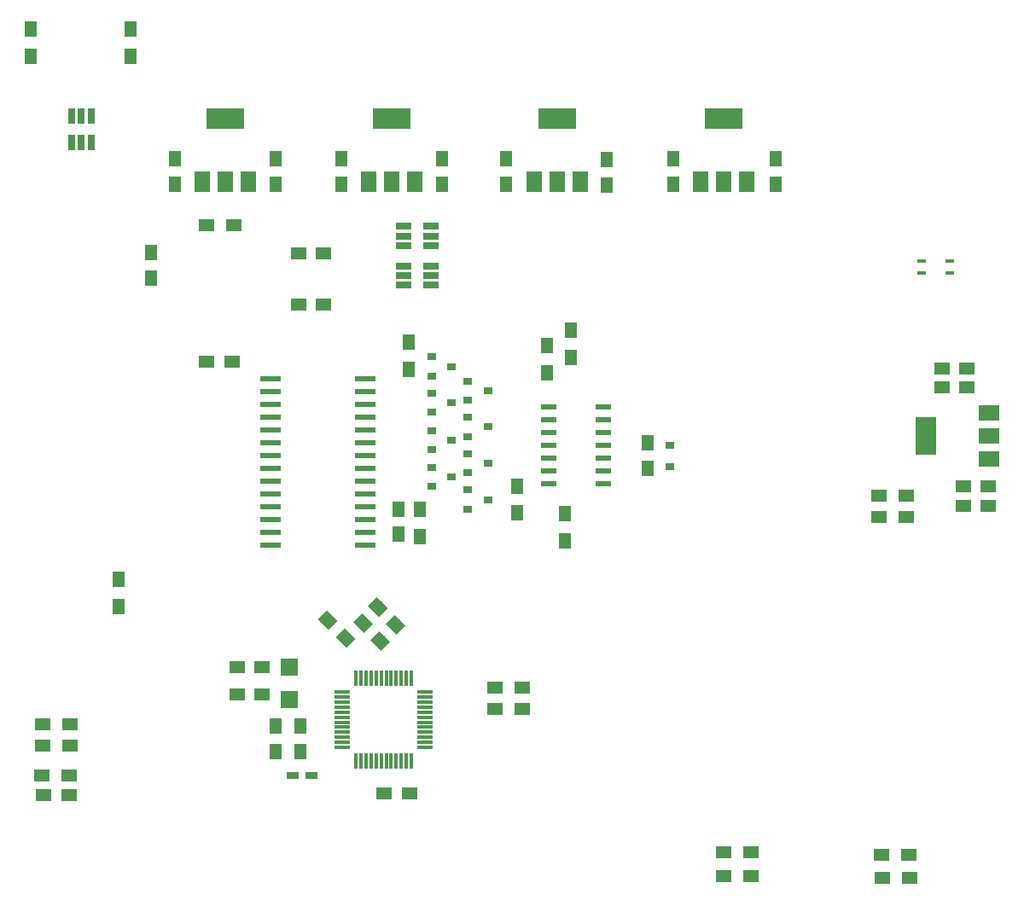
<source format=gtp>
G04 #@! TF.GenerationSoftware,KiCad,Pcbnew,(5.0.0-rc2-dev-340-g7483a73a5)*
G04 #@! TF.CreationDate,2018-04-20T20:11:43+02:00*
G04 #@! TF.ProjectId,AudiA6Main,4175646941364D61696E2E6B69636164,rev?*
G04 #@! TF.SameCoordinates,Original*
G04 #@! TF.FileFunction,Paste,Top*
G04 #@! TF.FilePolarity,Positive*
%FSLAX46Y46*%
G04 Gerber Fmt 4.6, Leading zero omitted, Abs format (unit mm)*
G04 Created by KiCad (PCBNEW (5.0.0-rc2-dev-340-g7483a73a5)) date 04/20/18 20:11:43*
%MOMM*%
%LPD*%
G01*
G04 APERTURE LIST*
%ADD10R,2.000000X0.600000*%
%ADD11R,1.500000X1.250000*%
%ADD12R,1.250000X1.500000*%
%ADD13C,1.250000*%
%ADD14C,0.100000*%
%ADD15R,0.900000X0.800000*%
%ADD16R,0.900000X0.400000*%
%ADD17R,1.600000X0.300000*%
%ADD18R,0.300000X1.600000*%
%ADD19R,1.500000X0.600000*%
%ADD20R,1.200000X0.750000*%
%ADD21R,1.300000X1.500000*%
%ADD22R,1.500000X1.300000*%
%ADD23R,1.560000X0.650000*%
%ADD24R,0.650000X1.560000*%
%ADD25R,2.000000X1.500000*%
%ADD26R,2.000000X3.800000*%
%ADD27R,3.800000X2.000000*%
%ADD28R,1.500000X2.000000*%
%ADD29R,1.800000X1.750000*%
G04 APERTURE END LIST*
D10*
X84450000Y-93545000D03*
X84450000Y-94815000D03*
X84450000Y-96085000D03*
X84450000Y-97355000D03*
X84450000Y-98625000D03*
X84450000Y-99895000D03*
X84450000Y-101165000D03*
X84450000Y-102435000D03*
X84450000Y-103705000D03*
X84450000Y-104975000D03*
X84450000Y-106245000D03*
X84450000Y-107515000D03*
X84450000Y-108785000D03*
X84450000Y-110055000D03*
X75050000Y-110055000D03*
X75050000Y-108785000D03*
X75050000Y-107515000D03*
X75050000Y-106245000D03*
X75050000Y-104975000D03*
X75050000Y-103705000D03*
X75050000Y-102435000D03*
X75050000Y-101165000D03*
X75050000Y-99895000D03*
X75050000Y-98625000D03*
X75050000Y-97355000D03*
X75050000Y-96085000D03*
X75050000Y-94815000D03*
X75050000Y-93545000D03*
D11*
X71750000Y-122150000D03*
X74250000Y-122150000D03*
X71750000Y-124850000D03*
X74250000Y-124850000D03*
X141691903Y-92473186D03*
X144191903Y-92473186D03*
X141691903Y-94373186D03*
X144191903Y-94373186D03*
X143808097Y-106126814D03*
X146308097Y-106126814D03*
X143808097Y-104226814D03*
X146308097Y-104226814D03*
X71250000Y-91850000D03*
X68750000Y-91850000D03*
X80350000Y-81050000D03*
X77850000Y-81050000D03*
D12*
X63200000Y-83500000D03*
X63200000Y-81000000D03*
D11*
X80350000Y-86150000D03*
X77850000Y-86150000D03*
D12*
X87800000Y-108950000D03*
X87800000Y-106450000D03*
X125200000Y-71700000D03*
X125200000Y-74200000D03*
X108400000Y-74300000D03*
X108400000Y-71800000D03*
X75600000Y-71700000D03*
X75600000Y-74200000D03*
X92100000Y-74200000D03*
X92100000Y-71700000D03*
X115000000Y-71700000D03*
X115000000Y-74200000D03*
X98400000Y-74200000D03*
X98400000Y-71700000D03*
X65600000Y-71700000D03*
X65600000Y-74200000D03*
X82100000Y-71700000D03*
X82100000Y-74200000D03*
X112500000Y-99900000D03*
X112500000Y-102400000D03*
D11*
X55050000Y-134850000D03*
X52550000Y-134850000D03*
D13*
X85716117Y-116166117D03*
D14*
G36*
X84743845Y-116077729D02*
X85627729Y-115193845D01*
X86688389Y-116254505D01*
X85804505Y-117138389D01*
X84743845Y-116077729D01*
X84743845Y-116077729D01*
G37*
D13*
X87483883Y-117933883D03*
D14*
G36*
X86511611Y-117845495D02*
X87395495Y-116961611D01*
X88456155Y-118022271D01*
X87572271Y-118906155D01*
X86511611Y-117845495D01*
X86511611Y-117845495D01*
G37*
D12*
X78000000Y-128000000D03*
X78000000Y-130500000D03*
D11*
X88850000Y-134650000D03*
X86350000Y-134650000D03*
D13*
X85983883Y-119533883D03*
D14*
G36*
X85011611Y-119445495D02*
X85895495Y-118561611D01*
X86956155Y-119622271D01*
X86072271Y-120506155D01*
X85011611Y-119445495D01*
X85011611Y-119445495D01*
G37*
D13*
X84216117Y-117766117D03*
D14*
G36*
X83243845Y-117677729D02*
X84127729Y-116793845D01*
X85188389Y-117854505D01*
X84304505Y-118738389D01*
X83243845Y-117677729D01*
X83243845Y-117677729D01*
G37*
D12*
X75600000Y-130500000D03*
X75600000Y-128000000D03*
D13*
X82483883Y-119233883D03*
D14*
G36*
X81511611Y-119145495D02*
X82395495Y-118261611D01*
X83456155Y-119322271D01*
X82572271Y-120206155D01*
X81511611Y-119145495D01*
X81511611Y-119145495D01*
G37*
D13*
X80716117Y-117466117D03*
D14*
G36*
X79743845Y-117377729D02*
X80627729Y-116493845D01*
X81688389Y-117554505D01*
X80804505Y-118438389D01*
X79743845Y-117377729D01*
X79743845Y-117377729D01*
G37*
D15*
X114700000Y-102200000D03*
X114700000Y-100100000D03*
D16*
X142500000Y-83025000D03*
X142500000Y-81875000D03*
X139700000Y-83025000D03*
X139700000Y-81875000D03*
D17*
X82200000Y-124600000D03*
X82200000Y-125100000D03*
X82200000Y-125600000D03*
X82200000Y-126100000D03*
X82200000Y-126600000D03*
X82200000Y-127100000D03*
X82200000Y-127600000D03*
X82200000Y-128100000D03*
X82200000Y-128600000D03*
X82200000Y-129100000D03*
X82200000Y-129600000D03*
X82200000Y-130100000D03*
D18*
X83550000Y-131450000D03*
X84050000Y-131450000D03*
X84550000Y-131450000D03*
X85050000Y-131450000D03*
X85550000Y-131450000D03*
X86050000Y-131450000D03*
X86550000Y-131450000D03*
X87050000Y-131450000D03*
X87550000Y-131450000D03*
X88050000Y-131450000D03*
X88550000Y-131450000D03*
X89050000Y-131450000D03*
D17*
X90400000Y-130100000D03*
X90400000Y-129600000D03*
X90400000Y-129100000D03*
X90400000Y-128600000D03*
X90400000Y-128100000D03*
X90400000Y-127600000D03*
X90400000Y-127100000D03*
X90400000Y-126600000D03*
X90400000Y-126100000D03*
X90400000Y-125600000D03*
X90400000Y-125100000D03*
X90400000Y-124600000D03*
D18*
X89050000Y-123250000D03*
X88550000Y-123250000D03*
X88050000Y-123250000D03*
X87550000Y-123250000D03*
X87050000Y-123250000D03*
X86550000Y-123250000D03*
X86050000Y-123250000D03*
X85550000Y-123250000D03*
X85050000Y-123250000D03*
X84550000Y-123250000D03*
X84050000Y-123250000D03*
X83550000Y-123250000D03*
D19*
X102700000Y-103960000D03*
X102700000Y-102690000D03*
X102700000Y-101420000D03*
X102700000Y-100150000D03*
X102700000Y-98880000D03*
X102700000Y-97610000D03*
X102700000Y-96340000D03*
X108100000Y-96340000D03*
X108100000Y-97610000D03*
X108100000Y-98880000D03*
X108100000Y-100150000D03*
X108100000Y-101420000D03*
X108100000Y-102690000D03*
X108100000Y-103960000D03*
D20*
X79150000Y-132850000D03*
X77250000Y-132850000D03*
D15*
X94650000Y-104550000D03*
X94650000Y-106450000D03*
X96650000Y-105500000D03*
X93050000Y-103250000D03*
X91050000Y-104200000D03*
X91050000Y-102300000D03*
X96650000Y-101900000D03*
X94650000Y-102850000D03*
X94650000Y-100950000D03*
X91050000Y-94950000D03*
X91050000Y-96850000D03*
X93050000Y-95900000D03*
X93050000Y-99600000D03*
X91050000Y-100550000D03*
X91050000Y-98650000D03*
X94650000Y-97350000D03*
X94650000Y-99250000D03*
X96650000Y-98300000D03*
X91050000Y-91350000D03*
X91050000Y-93250000D03*
X93050000Y-92300000D03*
X96650000Y-94700000D03*
X94650000Y-95650000D03*
X94650000Y-93750000D03*
D21*
X60000000Y-113400000D03*
X60000000Y-116100000D03*
D22*
X135750000Y-143050000D03*
X138450000Y-143050000D03*
X135700000Y-140750000D03*
X138400000Y-140750000D03*
X120050000Y-140550000D03*
X122750000Y-140550000D03*
X120050000Y-142850000D03*
X122750000Y-142850000D03*
D21*
X61200000Y-61500000D03*
X61200000Y-58800000D03*
X51300000Y-61500000D03*
X51300000Y-58800000D03*
D22*
X71450000Y-78250000D03*
X68750000Y-78250000D03*
X100050000Y-124150000D03*
X97350000Y-124150000D03*
D21*
X89900000Y-106450000D03*
X89900000Y-109150000D03*
D22*
X97350000Y-126250000D03*
X100050000Y-126250000D03*
D21*
X104300000Y-109600000D03*
X104300000Y-106900000D03*
X99500000Y-106850000D03*
X99500000Y-104150000D03*
X104900000Y-91400000D03*
X104900000Y-88700000D03*
X102500000Y-92900000D03*
X102500000Y-90200000D03*
X88800000Y-92600000D03*
X88800000Y-89900000D03*
D22*
X138150000Y-107250000D03*
X135450000Y-107250000D03*
X138150000Y-105150000D03*
X135450000Y-105150000D03*
X52350000Y-132850000D03*
X55050000Y-132850000D03*
X55200000Y-129950000D03*
X52500000Y-129950000D03*
X52450000Y-127850000D03*
X55150000Y-127850000D03*
D23*
X88250000Y-82300000D03*
X88250000Y-83250000D03*
X88250000Y-84200000D03*
X90950000Y-84200000D03*
X90950000Y-82300000D03*
X90950000Y-83250000D03*
X88250000Y-79350000D03*
X88250000Y-80300000D03*
X88250000Y-78400000D03*
X90950000Y-78400000D03*
X90950000Y-79350000D03*
X90950000Y-80300000D03*
D24*
X56300000Y-67400000D03*
X55350000Y-67400000D03*
X57250000Y-67400000D03*
X57250000Y-70100000D03*
X56300000Y-70100000D03*
X55350000Y-70100000D03*
D25*
X146391903Y-101473186D03*
X146391903Y-96873186D03*
X146391903Y-99173186D03*
D26*
X140091903Y-99173186D03*
D27*
X120000000Y-67700000D03*
D28*
X120000000Y-74000000D03*
X122300000Y-74000000D03*
X117700000Y-74000000D03*
X101200000Y-74000000D03*
X105800000Y-74000000D03*
X103500000Y-74000000D03*
D27*
X103500000Y-67700000D03*
X70600000Y-67700000D03*
D28*
X70600000Y-74000000D03*
X72900000Y-74000000D03*
X68300000Y-74000000D03*
X84800000Y-74000000D03*
X89400000Y-74000000D03*
X87100000Y-74000000D03*
D27*
X87100000Y-67700000D03*
D29*
X76900000Y-125350000D03*
X76900000Y-122100000D03*
M02*

</source>
